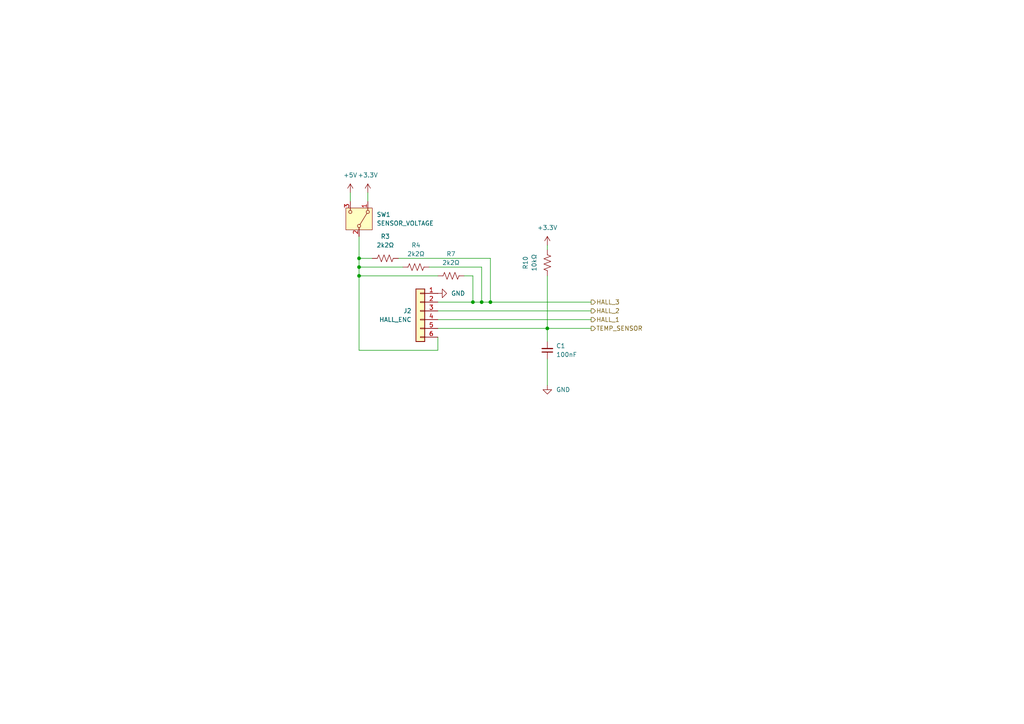
<source format=kicad_sch>
(kicad_sch (version 20231120) (generator "eeschema") (generator_version "8.0")
  (paper "A4")
  (title_block (title "bldc-controller-edp") (date "2024-08-20") (rev "1.0"))
  (lib_symbols
    (symbol "Connector_Generic:Conn_01x06" (pin_names (offset 1.016) hide)
      (property "Reference" "J" (at 0 7.62 0))
      (property "Value" "Conn_01x06" (at 0 -10.16 0))
      (symbol "Conn_01x06_1_1"
        (rectangle (start -1.27 -7.493) (end 0 -7.747) (stroke (width 0.1524)))
        (rectangle (start -1.27 -4.953) (end 0 -5.207) (stroke (width 0.1524)))
        (rectangle (start -1.27 -2.413) (end 0 -2.667) (stroke (width 0.1524)))
        (rectangle (start -1.27 0.127) (end 0 -0.127) (stroke (width 0.1524)))
        (rectangle (start -1.27 2.667) (end 0 2.413) (stroke (width 0.1524)))
        (rectangle (start -1.27 5.207) (end 0 4.953) (stroke (width 0.1524)))
        (rectangle (start -1.27 6.35) (end 1.27 -8.89) (stroke (width 0.254)) (fill (type background)))
        (pin passive line (at -5.08 5.08 0) (length 3.81) (name "Pin_1") (number "1"))
        (pin passive line (at -5.08 2.54 0) (length 3.81) (name "Pin_2") (number "2"))
        (pin passive line (at -5.08 0 0) (length 3.81) (name "Pin_3") (number "3"))
        (pin passive line (at -5.08 -2.54 0) (length 3.81) (name "Pin_4") (number "4"))
        (pin passive line (at -5.08 -5.08 0) (length 3.81) (name "Pin_5") (number "5"))
        (pin passive line (at -5.08 -7.62 0) (length 3.81) (name "Pin_6") (number "6"))
      )
    )
    (symbol "Device:C_Small" (pin_numbers hide) (pin_names (offset 0.254) hide)
      (property "Reference" "C" (at 0.254 1.778 0))
      (property "Value" "C_Small" (at 0.254 -2.032 0))
      (symbol "C_Small_0_1"
        (polyline (pts (xy -1.524 -0.508) (xy 1.524 -0.508)) (stroke (width 0.3302)))
        (polyline (pts (xy -1.524 0.508) (xy 1.524 0.508)) (stroke (width 0.3048)))
      )
      (symbol "C_Small_1_1"
        (pin passive line (at 0 2.54 270) (length 2.032) (name "~") (number "1"))
        (pin passive line (at 0 -2.54 90) (length 2.032) (name "~") (number "2"))
      )
    )
    (symbol "Device:R_US" (pin_numbers hide) (pin_names (offset 0))
      (property "Reference" "R" (at 2.54 0 90))
      (property "Value" "R_US" (at -2.54 0 90))
      (symbol "R_US_0_1"
        (polyline (pts (xy 0 -2.286) (xy 0 -2.54)))
        (polyline (pts (xy 0 2.286) (xy 0 2.54)))
        (polyline (pts (xy 0 -0.762) (xy 1.016 -1.143) (xy 0 -1.524) (xy -1.016 -1.905) (xy 0 -2.286)))
        (polyline (pts (xy 0 0.762) (xy 1.016 0.381) (xy 0 0) (xy -1.016 -0.381) (xy 0 -0.762)))
        (polyline (pts (xy 0 2.286) (xy 1.016 1.905) (xy 0 1.524) (xy -1.016 1.143) (xy 0 0.762)))
      )
      (symbol "R_US_1_1"
        (pin passive line (at 0 3.81 270) (length 1.27) (name "~") (number "1"))
        (pin passive line (at 0 -3.81 90) (length 1.27) (name "~") (number "2"))
      )
    )
    (symbol "Switch:SW_SPDT" (pin_names (offset 0) hide)
      (property "Reference" "SW" (at 0 5.08 0))
      (property "Value" "SW_SPDT" (at 0 -5.08 0))
      (symbol "SW_SPDT_0_1"
        (circle (center -2.032 0) (radius 0.4572))
        (polyline (pts (xy -1.651 0.254) (xy 1.651 2.286)))
        (circle (center 2.032 -2.54) (radius 0.4572))
        (circle (center 2.032 2.54) (radius 0.4572))
      )
      (symbol "SW_SPDT_1_1"
        (rectangle (start -3.175 3.81) (end 3.175 -3.81) (fill (type background)))
        (pin passive line (at 5.08 2.54 180) (length 2.54) (name "A") (number "1"))
        (pin passive line (at -5.08 0 0) (length 2.54) (name "B") (number "2"))
        (pin passive line (at 5.08 -2.54 180) (length 2.54) (name "C") (number "3"))
      )
    )
    (symbol "power:+3.3V" (power) (pin_numbers hide) (pin_names (offset 0) hide)
      (property "Value" "+3.3V" (at 0 3.556 0))
      (symbol "+3.3V_0_1"
        (polyline (pts (xy -0.762 1.27) (xy 0 2.54)))
        (polyline (pts (xy 0 0) (xy 0 2.54)))
        (polyline (pts (xy 0 2.54) (xy 0.762 1.27)))
      )
      (symbol "+3.3V_1_1"
        (pin power_in line (at 0 0 90) (length 0) (name "~") (number "1"))
      )
    )
    (symbol "power:+5V" (power) (pin_numbers hide) (pin_names (offset 0) hide)
      (property "Value" "+5V" (at 0 3.556 0))
      (symbol "+5V_0_1"
        (polyline (pts (xy -0.762 1.27) (xy 0 2.54)))
        (polyline (pts (xy 0 0) (xy 0 2.54)))
        (polyline (pts (xy 0 2.54) (xy 0.762 1.27)))
      )
      (symbol "+5V_1_1"
        (pin power_in line (at 0 0 90) (length 0) (name "~") (number "1"))
      )
    )
    (symbol "power:GND" (power) (pin_numbers hide) (pin_names (offset 0) hide)
      (property "Value" "GND" (at 0 -3.81 0))
      (symbol "GND_0_1"
        (polyline (pts (xy 0 0) (xy 0 -1.27) (xy 1.27 -1.27) (xy 0 -2.54) (xy -1.27 -1.27) (xy 0 -1.27)))
      )
      (symbol "GND_1_1"
        (pin power_in line (at 0 0 270) (length 0) (name "~") (number "1"))
      )
    )
  )
  (junction (at 137.16 87.63))
  (junction (at 139.7 87.63))
  (junction (at 142.24 87.63))
  (junction (at 104.14 74.93))
  (junction (at 158.75 95.25))
  (junction (at 104.14 77.47))
  (junction (at 104.14 80.01))
  (wire (pts (xy 158.75 72.39) (xy 158.75 71.12)))
  (wire (pts (xy 127 97.79) (xy 127 101.6)))
  (wire (pts (xy 137.16 80.01) (xy 137.16 87.63)))
  (wire (pts (xy 116.84 77.47) (xy 104.14 77.47)))
  (wire (pts (xy 127 80.01) (xy 104.14 80.01)))
  (wire (pts (xy 158.75 80.01) (xy 158.75 95.25)))
  (wire (pts (xy 104.14 101.6) (xy 104.14 80.01)))
  (wire (pts (xy 104.14 77.47) (xy 104.14 74.93)))
  (wire (pts (xy 106.68 58.42) (xy 106.68 55.88)))
  (wire (pts (xy 127 95.25) (xy 158.75 95.25)))
  (wire (pts (xy 127 87.63) (xy 137.16 87.63)))
  (wire (pts (xy 127 101.6) (xy 104.14 101.6)))
  (wire (pts (xy 107.95 74.93) (xy 104.14 74.93)))
  (wire (pts (xy 115.57 74.93) (xy 142.24 74.93)))
  (wire (pts (xy 124.46 77.47) (xy 139.7 77.47)))
  (wire (pts (xy 139.7 77.47) (xy 139.7 87.63)))
  (wire (pts (xy 104.14 68.58) (xy 104.14 74.93)))
  (wire (pts (xy 139.7 87.63) (xy 142.24 87.63)))
  (wire (pts (xy 142.24 74.93) (xy 142.24 87.63)))
  (wire (pts (xy 127 90.17) (xy 171.45 90.17)))
  (wire (pts (xy 127 92.71) (xy 171.45 92.71)))
  (wire (pts (xy 158.75 95.25) (xy 171.45 95.25)))
  (wire (pts (xy 158.75 95.25) (xy 158.75 99.06)))
  (wire (pts (xy 158.75 104.14) (xy 158.75 111.76)))
  (wire (pts (xy 104.14 80.01) (xy 104.14 77.47)))
  (wire (pts (xy 142.24 87.63) (xy 171.45 87.63)))
  (wire (pts (xy 101.6 58.42) (xy 101.6 55.88)))
  (wire (pts (xy 137.16 87.63) (xy 139.7 87.63)))
  (wire (pts (xy 137.16 80.01) (xy 134.62 80.01)))
  (hierarchical_label "TEMP_SENSOR" (shape output) (at 171.45 95.25 0))
  (hierarchical_label "HALL_1" (shape output) (at 171.45 92.71 0))
  (hierarchical_label "HALL_2" (shape output) (at 171.45 90.17 0))
  (hierarchical_label "HALL_3" (shape output) (at 171.45 87.63 0))
  (symbol (lib_id "power:+3.3V") (at 106.68 55.88 0) (unit 1)
    (property "Reference" "#PWR07" (effects (hide yes)))
    (property "Value" "+3.3V" (at 106.68 50.8 0))
    (property "Description" "Power symbol creates a global label with name \"+3.3V\"" (effects (hide yes)))
  )
  (symbol (lib_id "Device:R_US") (at 158.75 76.2 0) (unit 1)
    (property "Reference" "R10" (at 152.4 76.2 90))
    (property "Value" "10kΩ" (at 154.94 76.2 90))
    (property "Footprint" "Resistor_SMD:R_0603_1608Metric" (effects (hide yes)))
    (property "Manufacturer" "YAGEO" (effects (hide yes)))
    (property "Manufacturer Product Number " "RC0603FR-0710KL" (effects (hide yes)))
  )
  (symbol (lib_id "Device:R_US") (at 120.65 77.47 270) (unit 1)
    (property "Reference" "R4" (at 120.65 71.12 90))
    (property "Value" "2k2Ω" (at 120.65 73.66 90))
    (property "Footprint" "Resistor_SMD:R_0603_1608Metric" (effects (hide yes)))
    (property "Description" "R 2k2, 0603" (effects (hide yes)))
    (property "Manufacturer" "YAGEO" (effects (hide yes)))
    (property "Manufacturer Product Number " "AC0603DR-072K2L" (effects (hide yes)))
  )
  (symbol (lib_id "power:GND") (at 158.75 111.76 0) (unit 1)
    (property "Reference" "#PWR015" (effects (hide yes)))
    (property "Value" "GND" (at 161.29 113.0299 0) (effects (justify left)))
    (property "Description" "Power symbol creates a global label with name \"GND\" , ground" (effects (hide yes)))
  )
  (symbol (lib_id "Device:R_US") (at 111.76 74.93 270) (unit 1)
    (property "Reference" "R3" (at 111.76 68.58 90))
    (property "Value" "2k2Ω" (at 111.76 71.12 90))
    (property "Footprint" "Resistor_SMD:R_0603_1608Metric" (effects (hide yes)))
    (property "Description" "R 2k2, 0603" (effects (hide yes)))
    (property "Manufacturer" "YAGEO" (effects (hide yes)))
    (property "Manufacturer Product Number " "AC0603DR-072K2L" (effects (hide yes)))
  )
  (symbol (lib_id "Device:C_Small") (at 158.75 101.6 180) (unit 1)
    (property "Reference" "C1" (at 161.29 100.3235 0) (effects (justify right)))
    (property "Value" "100nF" (at 161.29 102.8635 0) (effects (justify right)))
    (property "Footprint" "Capacitor_SMD:C_0603_1608Metric" (effects (hide yes)))
    (property "Description" "CAP 100n, 50V, 0603" (effects (hide yes)))
    (property "Manufacturer" "YAGEO" (effects (hide yes)))
    (property "Manufacturer Product Number " "CC0603KRX7R9BB104" (effects (hide yes)))
  )
  (symbol (lib_id "Switch:SW_SPDT") (at 104.14 63.5 270) (mirror x) (unit 1)
    (property "Reference" "SW1" (at 109.22 62.2299 90) (effects (justify left)))
    (property "Value" "SENSOR_VOLTAGE" (at 109.22 64.7699 90) (effects (justify left)))
    (property "Footprint" "Button_Switch_THT:SW_Slide-03_Wuerth-WS-SLTV_10x2.5x6.4_P2.54mm" (effects (hide yes)))
    (property "Description" "SWITCH SLIDE SPDT 500MA 12V" (effects (hide yes)))
    (property "Manufacturer" "Würth Elektronik" (effects (hide yes)))
    (property "Manufacturer Product Number " "450301014042" (effects (hide yes)))
  )
  (symbol (lib_id "Connector_Generic:Conn_01x06") (at 121.92 90.17 0) (mirror y) (unit 1)
    (property "Reference" "J2" (at 119.38 90.1699 0) (effects (justify left)))
    (property "Value" "HALL_ENC" (at 119.38 92.7099 0) (effects (justify left)))
    (property "Footprint" "Connector_JST:JST_XH_B6B-XH-AM_1x06_P2.50mm_Vertical" (effects (hide yes)))
    (property "Description" "6P" (effects (hide yes)))
    (property "Manufacturer" "JST" (effects (hide yes)))
    (property "Manufacturer Product Number " "B6B-XH-A" (effects (hide yes)))
  )
  (symbol (lib_id "power:+3.3V") (at 158.75 71.12 0) (unit 1)
    (property "Reference" "#PWR014" (effects (hide yes)))
    (property "Value" "+3.3V" (at 158.75 66.04 0))
    (property "Description" "Power symbol creates a global label with name \"+3.3V\"" (effects (hide yes)))
  )
  (symbol (lib_id "Device:R_US") (at 130.81 80.01 270) (unit 1)
    (property "Reference" "R7" (at 130.81 73.66 90))
    (property "Value" "2k2Ω" (at 130.81 76.2 90))
    (property "Footprint" "Resistor_SMD:R_0603_1608Metric" (effects (hide yes)))
    (property "Description" "R 2k2, 0603" (effects (hide yes)))
    (property "Manufacturer" "YAGEO" (effects (hide yes)))
    (property "Manufacturer Product Number " "AC0603DR-072K2L" (effects (hide yes)))
  )
  (symbol (lib_id "power:+5V") (at 101.6 55.88 0) (unit 1)
    (property "Reference" "#PWR05" (effects (hide yes)))
    (property "Value" "+5V" (at 101.6 50.8 0))
    (property "Description" "Power symbol creates a global label with name \"+5V\"" (effects (hide yes)))
  )
  (symbol (lib_id "power:GND") (at 127 85.09 90) (unit 1)
    (property "Reference" "#PWR09" (effects (hide yes)))
    (property "Value" "GND" (at 130.81 85.0899 90) (effects (justify right)))
    (property "Description" "Power symbol creates a global label with name \"GND\" , ground" (effects (hide yes)))
  )
)
</source>
